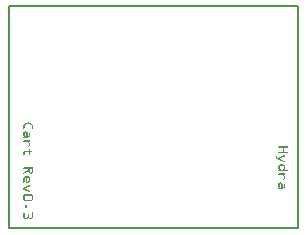
<source format=gto>
G04 MADE WITH FRITZING*
G04 WWW.FRITZING.ORG*
G04 DOUBLE SIDED*
G04 HOLES PLATED*
G04 CONTOUR ON CENTER OF CONTOUR VECTOR*
%ASAXBY*%
%FSLAX23Y23*%
%MOIN*%
%OFA0B0*%
%SFA1.0B1.0*%
%ADD10R,0.974299X0.748130X0.958299X0.732130*%
%ADD11C,0.008000*%
%ADD12R,0.001000X0.001000*%
%LNSILK1*%
G90*
G70*
G54D11*
X4Y744D02*
X970Y744D01*
X970Y4D01*
X4Y4D01*
X4Y744D01*
D02*
G54D12*
X68Y356D02*
X71Y356D01*
X65Y355D02*
X74Y355D01*
X63Y354D02*
X76Y354D01*
X61Y353D02*
X78Y353D01*
X59Y352D02*
X68Y352D01*
X71Y352D02*
X80Y352D01*
X57Y351D02*
X65Y351D01*
X73Y351D02*
X82Y351D01*
X56Y350D02*
X63Y350D01*
X75Y350D02*
X83Y350D01*
X55Y349D02*
X61Y349D01*
X77Y349D02*
X84Y349D01*
X54Y348D02*
X59Y348D01*
X79Y348D02*
X84Y348D01*
X54Y347D02*
X58Y347D01*
X81Y347D02*
X85Y347D01*
X54Y346D02*
X57Y346D01*
X82Y346D02*
X85Y346D01*
X54Y345D02*
X57Y345D01*
X82Y345D02*
X85Y345D01*
X54Y344D02*
X57Y344D01*
X82Y344D02*
X85Y344D01*
X54Y343D02*
X57Y343D01*
X82Y343D02*
X85Y343D01*
X54Y342D02*
X57Y342D01*
X82Y342D02*
X85Y342D01*
X54Y341D02*
X57Y341D01*
X82Y341D02*
X85Y341D01*
X54Y340D02*
X57Y340D01*
X82Y340D02*
X85Y340D01*
X54Y339D02*
X57Y339D01*
X82Y339D02*
X85Y339D01*
X54Y338D02*
X57Y338D01*
X82Y338D02*
X85Y338D01*
X54Y337D02*
X57Y337D01*
X82Y337D02*
X85Y337D01*
X54Y336D02*
X56Y336D01*
X83Y336D02*
X84Y336D01*
X58Y326D02*
X63Y326D01*
X56Y325D02*
X65Y325D01*
X55Y324D02*
X66Y324D01*
X54Y323D02*
X67Y323D01*
X54Y322D02*
X58Y322D01*
X63Y322D02*
X67Y322D01*
X74Y322D02*
X75Y322D01*
X54Y321D02*
X57Y321D01*
X64Y321D02*
X67Y321D01*
X73Y321D02*
X76Y321D01*
X54Y320D02*
X57Y320D01*
X64Y320D02*
X67Y320D01*
X73Y320D02*
X76Y320D01*
X54Y319D02*
X57Y319D01*
X64Y319D02*
X67Y319D01*
X73Y319D02*
X76Y319D01*
X54Y318D02*
X57Y318D01*
X64Y318D02*
X67Y318D01*
X73Y318D02*
X76Y318D01*
X54Y317D02*
X57Y317D01*
X64Y317D02*
X67Y317D01*
X73Y317D02*
X76Y317D01*
X54Y316D02*
X57Y316D01*
X64Y316D02*
X67Y316D01*
X73Y316D02*
X76Y316D01*
X54Y315D02*
X57Y315D01*
X64Y315D02*
X67Y315D01*
X73Y315D02*
X76Y315D01*
X54Y314D02*
X57Y314D01*
X64Y314D02*
X67Y314D01*
X73Y314D02*
X76Y314D01*
X54Y313D02*
X58Y313D01*
X64Y313D02*
X67Y313D01*
X73Y313D02*
X76Y313D01*
X54Y312D02*
X58Y312D01*
X64Y312D02*
X67Y312D01*
X73Y312D02*
X76Y312D01*
X55Y311D02*
X59Y311D01*
X64Y311D02*
X67Y311D01*
X72Y311D02*
X76Y311D01*
X55Y310D02*
X76Y310D01*
X54Y309D02*
X75Y309D01*
X54Y308D02*
X74Y308D01*
X54Y307D02*
X73Y307D01*
X54Y306D02*
X67Y306D01*
X55Y296D02*
X75Y296D01*
X54Y295D02*
X76Y295D01*
X54Y294D02*
X76Y294D01*
X54Y293D02*
X76Y293D01*
X67Y292D02*
X72Y292D01*
X68Y291D02*
X73Y291D01*
X69Y290D02*
X73Y290D01*
X70Y289D02*
X74Y289D01*
X71Y288D02*
X75Y288D01*
X71Y287D02*
X76Y287D01*
X72Y286D02*
X76Y286D01*
X73Y285D02*
X76Y285D01*
X73Y284D02*
X76Y284D01*
X73Y283D02*
X76Y283D01*
X73Y282D02*
X76Y282D01*
X73Y281D02*
X76Y281D01*
X72Y280D02*
X76Y280D01*
X68Y279D02*
X75Y279D01*
X68Y278D02*
X75Y278D01*
X68Y277D02*
X74Y277D01*
X69Y276D02*
X72Y276D01*
X905Y276D02*
X934Y276D01*
X904Y275D02*
X935Y275D01*
X904Y274D02*
X935Y274D01*
X904Y273D02*
X935Y273D01*
X905Y272D02*
X933Y272D01*
X918Y271D02*
X921Y271D01*
X918Y270D02*
X921Y270D01*
X918Y269D02*
X921Y269D01*
X918Y268D02*
X921Y268D01*
X918Y267D02*
X921Y267D01*
X74Y266D02*
X75Y266D01*
X918Y266D02*
X921Y266D01*
X73Y265D02*
X76Y265D01*
X918Y265D02*
X921Y265D01*
X73Y264D02*
X76Y264D01*
X918Y264D02*
X921Y264D01*
X73Y263D02*
X76Y263D01*
X918Y263D02*
X921Y263D01*
X58Y262D02*
X82Y262D01*
X918Y262D02*
X921Y262D01*
X56Y261D02*
X83Y261D01*
X918Y261D02*
X921Y261D01*
X55Y260D02*
X83Y260D01*
X918Y260D02*
X921Y260D01*
X54Y259D02*
X83Y259D01*
X904Y259D02*
X934Y259D01*
X54Y258D02*
X81Y258D01*
X904Y258D02*
X935Y258D01*
X54Y257D02*
X57Y257D01*
X73Y257D02*
X76Y257D01*
X904Y257D02*
X935Y257D01*
X54Y256D02*
X57Y256D01*
X73Y256D02*
X76Y256D01*
X904Y256D02*
X934Y256D01*
X54Y255D02*
X57Y255D01*
X73Y255D02*
X76Y255D01*
X54Y254D02*
X57Y254D01*
X73Y254D02*
X76Y254D01*
X54Y253D02*
X57Y253D01*
X73Y253D02*
X76Y253D01*
X54Y252D02*
X57Y252D01*
X73Y252D02*
X76Y252D01*
X54Y251D02*
X57Y251D01*
X73Y251D02*
X76Y251D01*
X54Y250D02*
X58Y250D01*
X73Y250D02*
X76Y250D01*
X54Y249D02*
X60Y249D01*
X73Y249D02*
X76Y249D01*
X55Y248D02*
X60Y248D01*
X74Y248D02*
X75Y248D01*
X56Y247D02*
X60Y247D01*
X58Y246D02*
X59Y246D01*
X896Y246D02*
X896Y246D01*
X921Y246D02*
X925Y246D01*
X895Y245D02*
X898Y245D01*
X918Y245D02*
X926Y245D01*
X895Y244D02*
X898Y244D01*
X916Y244D02*
X926Y244D01*
X895Y243D02*
X898Y243D01*
X914Y243D02*
X926Y243D01*
X895Y242D02*
X898Y242D01*
X912Y242D02*
X924Y242D01*
X895Y241D02*
X898Y241D01*
X909Y241D02*
X919Y241D01*
X895Y240D02*
X898Y240D01*
X907Y240D02*
X916Y240D01*
X895Y239D02*
X900Y239D01*
X906Y239D02*
X914Y239D01*
X895Y238D02*
X902Y238D01*
X905Y238D02*
X912Y238D01*
X895Y237D02*
X910Y237D01*
X897Y236D02*
X908Y236D01*
X899Y235D02*
X909Y235D01*
X901Y234D02*
X911Y234D01*
X904Y233D02*
X913Y233D01*
X906Y232D02*
X916Y232D01*
X908Y231D02*
X918Y231D01*
X911Y230D02*
X920Y230D01*
X913Y229D02*
X925Y229D01*
X915Y228D02*
X926Y228D01*
X917Y227D02*
X926Y227D01*
X920Y226D02*
X925Y226D01*
X910Y216D02*
X920Y216D01*
X907Y215D02*
X922Y215D01*
X906Y214D02*
X923Y214D01*
X905Y213D02*
X924Y213D01*
X905Y212D02*
X925Y212D01*
X904Y211D02*
X908Y211D01*
X921Y211D02*
X926Y211D01*
X904Y210D02*
X907Y210D01*
X922Y210D02*
X926Y210D01*
X904Y209D02*
X907Y209D01*
X923Y209D02*
X926Y209D01*
X903Y208D02*
X907Y208D01*
X923Y208D02*
X926Y208D01*
X903Y207D02*
X907Y207D01*
X923Y207D02*
X926Y207D01*
X55Y206D02*
X85Y206D01*
X903Y206D02*
X907Y206D01*
X923Y206D02*
X926Y206D01*
X54Y205D02*
X85Y205D01*
X904Y205D02*
X907Y205D01*
X923Y205D02*
X926Y205D01*
X54Y204D02*
X85Y204D01*
X904Y204D02*
X907Y204D01*
X922Y204D02*
X926Y204D01*
X54Y203D02*
X85Y203D01*
X904Y203D02*
X908Y203D01*
X922Y203D02*
X926Y203D01*
X71Y202D02*
X75Y202D01*
X81Y202D02*
X85Y202D01*
X904Y202D02*
X909Y202D01*
X921Y202D02*
X925Y202D01*
X71Y201D02*
X74Y201D01*
X82Y201D02*
X85Y201D01*
X905Y201D02*
X910Y201D01*
X920Y201D02*
X924Y201D01*
X71Y200D02*
X74Y200D01*
X82Y200D02*
X85Y200D01*
X906Y200D02*
X911Y200D01*
X919Y200D02*
X924Y200D01*
X71Y199D02*
X74Y199D01*
X82Y199D02*
X85Y199D01*
X904Y199D02*
X934Y199D01*
X69Y198D02*
X74Y198D01*
X82Y198D02*
X85Y198D01*
X904Y198D02*
X935Y198D01*
X67Y197D02*
X74Y197D01*
X82Y197D02*
X85Y197D01*
X904Y197D02*
X935Y197D01*
X66Y196D02*
X74Y196D01*
X82Y196D02*
X85Y196D01*
X904Y196D02*
X934Y196D01*
X64Y195D02*
X74Y195D01*
X82Y195D02*
X85Y195D01*
X62Y194D02*
X74Y194D01*
X82Y194D02*
X85Y194D01*
X60Y193D02*
X68Y193D01*
X71Y193D02*
X74Y193D01*
X82Y193D02*
X85Y193D01*
X59Y192D02*
X66Y192D01*
X71Y192D02*
X74Y192D01*
X82Y192D02*
X85Y192D01*
X57Y191D02*
X64Y191D01*
X71Y191D02*
X75Y191D01*
X82Y191D02*
X85Y191D01*
X55Y190D02*
X63Y190D01*
X72Y190D02*
X76Y190D01*
X80Y190D02*
X85Y190D01*
X54Y189D02*
X61Y189D01*
X72Y189D02*
X84Y189D01*
X54Y188D02*
X59Y188D01*
X73Y188D02*
X84Y188D01*
X54Y187D02*
X58Y187D01*
X74Y187D02*
X82Y187D01*
X54Y186D02*
X56Y186D01*
X75Y186D02*
X81Y186D01*
X905Y186D02*
X925Y186D01*
X904Y185D02*
X926Y185D01*
X904Y184D02*
X926Y184D01*
X904Y183D02*
X926Y183D01*
X905Y182D02*
X924Y182D01*
X918Y181D02*
X922Y181D01*
X919Y180D02*
X923Y180D01*
X920Y179D02*
X924Y179D01*
X920Y178D02*
X925Y178D01*
X921Y177D02*
X926Y177D01*
X59Y176D02*
X71Y176D01*
X922Y176D02*
X926Y176D01*
X57Y175D02*
X72Y175D01*
X923Y175D02*
X926Y175D01*
X56Y174D02*
X73Y174D01*
X923Y174D02*
X926Y174D01*
X55Y173D02*
X74Y173D01*
X923Y173D02*
X926Y173D01*
X55Y172D02*
X60Y172D01*
X62Y172D02*
X66Y172D01*
X70Y172D02*
X75Y172D01*
X923Y172D02*
X926Y172D01*
X54Y171D02*
X58Y171D01*
X62Y171D02*
X66Y171D01*
X72Y171D02*
X76Y171D01*
X923Y171D02*
X926Y171D01*
X54Y170D02*
X57Y170D01*
X62Y170D02*
X66Y170D01*
X72Y170D02*
X76Y170D01*
X922Y170D02*
X926Y170D01*
X54Y169D02*
X57Y169D01*
X62Y169D02*
X66Y169D01*
X73Y169D02*
X76Y169D01*
X918Y169D02*
X925Y169D01*
X54Y168D02*
X57Y168D01*
X62Y168D02*
X66Y168D01*
X73Y168D02*
X76Y168D01*
X918Y168D02*
X925Y168D01*
X54Y167D02*
X57Y167D01*
X62Y167D02*
X66Y167D01*
X73Y167D02*
X76Y167D01*
X918Y167D02*
X924Y167D01*
X54Y166D02*
X57Y166D01*
X62Y166D02*
X66Y166D01*
X73Y166D02*
X76Y166D01*
X918Y166D02*
X922Y166D01*
X54Y165D02*
X57Y165D01*
X62Y165D02*
X66Y165D01*
X73Y165D02*
X76Y165D01*
X54Y164D02*
X57Y164D01*
X62Y164D02*
X66Y164D01*
X73Y164D02*
X76Y164D01*
X54Y163D02*
X57Y163D01*
X62Y163D02*
X66Y163D01*
X73Y163D02*
X76Y163D01*
X54Y162D02*
X57Y162D01*
X62Y162D02*
X66Y162D01*
X72Y162D02*
X76Y162D01*
X54Y161D02*
X57Y161D01*
X62Y161D02*
X66Y161D01*
X72Y161D02*
X76Y161D01*
X54Y160D02*
X57Y160D01*
X62Y160D02*
X66Y160D01*
X70Y160D02*
X75Y160D01*
X54Y159D02*
X57Y159D01*
X62Y159D02*
X74Y159D01*
X54Y158D02*
X57Y158D01*
X62Y158D02*
X74Y158D01*
X54Y157D02*
X57Y157D01*
X63Y157D02*
X73Y157D01*
X54Y156D02*
X56Y156D01*
X63Y156D02*
X71Y156D01*
X908Y156D02*
X912Y156D01*
X906Y155D02*
X915Y155D01*
X905Y154D02*
X916Y154D01*
X904Y153D02*
X916Y153D01*
X904Y152D02*
X917Y152D01*
X904Y151D02*
X907Y151D01*
X914Y151D02*
X917Y151D01*
X923Y151D02*
X926Y151D01*
X903Y150D02*
X907Y150D01*
X914Y150D02*
X917Y150D01*
X923Y150D02*
X926Y150D01*
X903Y149D02*
X907Y149D01*
X914Y149D02*
X917Y149D01*
X923Y149D02*
X926Y149D01*
X903Y148D02*
X907Y148D01*
X914Y148D02*
X917Y148D01*
X923Y148D02*
X926Y148D01*
X903Y147D02*
X907Y147D01*
X914Y147D02*
X917Y147D01*
X923Y147D02*
X926Y147D01*
X70Y146D02*
X75Y146D01*
X903Y146D02*
X907Y146D01*
X914Y146D02*
X917Y146D01*
X923Y146D02*
X926Y146D01*
X68Y145D02*
X76Y145D01*
X903Y145D02*
X907Y145D01*
X914Y145D02*
X917Y145D01*
X923Y145D02*
X926Y145D01*
X66Y144D02*
X76Y144D01*
X903Y144D02*
X907Y144D01*
X914Y144D02*
X917Y144D01*
X923Y144D02*
X926Y144D01*
X63Y143D02*
X76Y143D01*
X904Y143D02*
X907Y143D01*
X914Y143D02*
X917Y143D01*
X923Y143D02*
X926Y143D01*
X61Y142D02*
X71Y142D01*
X904Y142D02*
X908Y142D01*
X914Y142D02*
X917Y142D01*
X923Y142D02*
X926Y142D01*
X59Y141D02*
X68Y141D01*
X905Y141D02*
X909Y141D01*
X914Y141D02*
X917Y141D01*
X922Y141D02*
X926Y141D01*
X57Y140D02*
X66Y140D01*
X905Y140D02*
X909Y140D01*
X913Y140D02*
X926Y140D01*
X54Y139D02*
X64Y139D01*
X904Y139D02*
X925Y139D01*
X54Y138D02*
X61Y138D01*
X904Y138D02*
X924Y138D01*
X54Y137D02*
X59Y137D01*
X904Y137D02*
X923Y137D01*
X54Y136D02*
X57Y136D01*
X904Y136D02*
X920Y136D01*
X54Y135D02*
X59Y135D01*
X54Y134D02*
X61Y134D01*
X54Y133D02*
X64Y133D01*
X57Y132D02*
X66Y132D01*
X59Y131D02*
X68Y131D01*
X61Y130D02*
X71Y130D01*
X63Y129D02*
X76Y129D01*
X66Y128D02*
X76Y128D01*
X68Y127D02*
X76Y127D01*
X70Y126D02*
X75Y126D01*
X56Y116D02*
X82Y116D01*
X55Y115D02*
X84Y115D01*
X54Y114D02*
X85Y114D01*
X54Y113D02*
X85Y113D01*
X54Y112D02*
X57Y112D01*
X82Y112D02*
X85Y112D01*
X54Y111D02*
X57Y111D01*
X82Y111D02*
X85Y111D01*
X54Y110D02*
X57Y110D01*
X82Y110D02*
X85Y110D01*
X54Y109D02*
X57Y109D01*
X82Y109D02*
X85Y109D01*
X54Y108D02*
X57Y108D01*
X82Y108D02*
X85Y108D01*
X54Y107D02*
X57Y107D01*
X82Y107D02*
X85Y107D01*
X54Y106D02*
X57Y106D01*
X82Y106D02*
X85Y106D01*
X54Y105D02*
X57Y105D01*
X82Y105D02*
X85Y105D01*
X54Y104D02*
X57Y104D01*
X82Y104D02*
X85Y104D01*
X54Y103D02*
X57Y103D01*
X82Y103D02*
X85Y103D01*
X54Y102D02*
X57Y102D01*
X82Y102D02*
X85Y102D01*
X54Y101D02*
X57Y101D01*
X82Y101D02*
X85Y101D01*
X54Y100D02*
X57Y100D01*
X82Y100D02*
X85Y100D01*
X54Y99D02*
X85Y99D01*
X54Y98D02*
X85Y98D01*
X55Y97D02*
X84Y97D01*
X56Y96D02*
X82Y96D01*
X60Y80D02*
X64Y80D01*
X59Y79D02*
X65Y79D01*
X59Y78D02*
X66Y78D01*
X59Y77D02*
X66Y77D01*
X59Y76D02*
X66Y76D01*
X59Y75D02*
X66Y75D01*
X59Y74D02*
X66Y74D01*
X59Y73D02*
X65Y73D01*
X60Y72D02*
X64Y72D01*
X55Y56D02*
X56Y56D01*
X83Y56D02*
X84Y56D01*
X54Y55D02*
X57Y55D01*
X82Y55D02*
X85Y55D01*
X54Y54D02*
X57Y54D01*
X82Y54D02*
X85Y54D01*
X54Y53D02*
X57Y53D01*
X82Y53D02*
X85Y53D01*
X54Y52D02*
X57Y52D01*
X69Y52D02*
X70Y52D01*
X82Y52D02*
X85Y52D01*
X54Y51D02*
X57Y51D01*
X68Y51D02*
X71Y51D01*
X82Y51D02*
X85Y51D01*
X54Y50D02*
X57Y50D01*
X68Y50D02*
X71Y50D01*
X82Y50D02*
X85Y50D01*
X54Y49D02*
X57Y49D01*
X68Y49D02*
X71Y49D01*
X82Y49D02*
X85Y49D01*
X54Y48D02*
X57Y48D01*
X68Y48D02*
X71Y48D01*
X82Y48D02*
X85Y48D01*
X54Y47D02*
X57Y47D01*
X68Y47D02*
X71Y47D01*
X82Y47D02*
X85Y47D01*
X54Y46D02*
X57Y46D01*
X68Y46D02*
X71Y46D01*
X82Y46D02*
X85Y46D01*
X54Y45D02*
X57Y45D01*
X68Y45D02*
X71Y45D01*
X82Y45D02*
X85Y45D01*
X54Y44D02*
X57Y44D01*
X68Y44D02*
X71Y44D01*
X82Y44D02*
X85Y44D01*
X54Y43D02*
X57Y43D01*
X68Y43D02*
X71Y43D01*
X82Y43D02*
X85Y43D01*
X54Y42D02*
X57Y42D01*
X68Y42D02*
X71Y42D01*
X82Y42D02*
X85Y42D01*
X54Y41D02*
X57Y41D01*
X67Y41D02*
X71Y41D01*
X82Y41D02*
X85Y41D01*
X54Y40D02*
X57Y40D01*
X66Y40D02*
X72Y40D01*
X82Y40D02*
X85Y40D01*
X54Y39D02*
X85Y39D01*
X54Y38D02*
X85Y38D01*
X55Y37D02*
X68Y37D01*
X70Y37D02*
X84Y37D01*
X56Y36D02*
X67Y36D01*
X72Y36D02*
X82Y36D01*
D02*
G04 End of Silk1*
M02*
</source>
